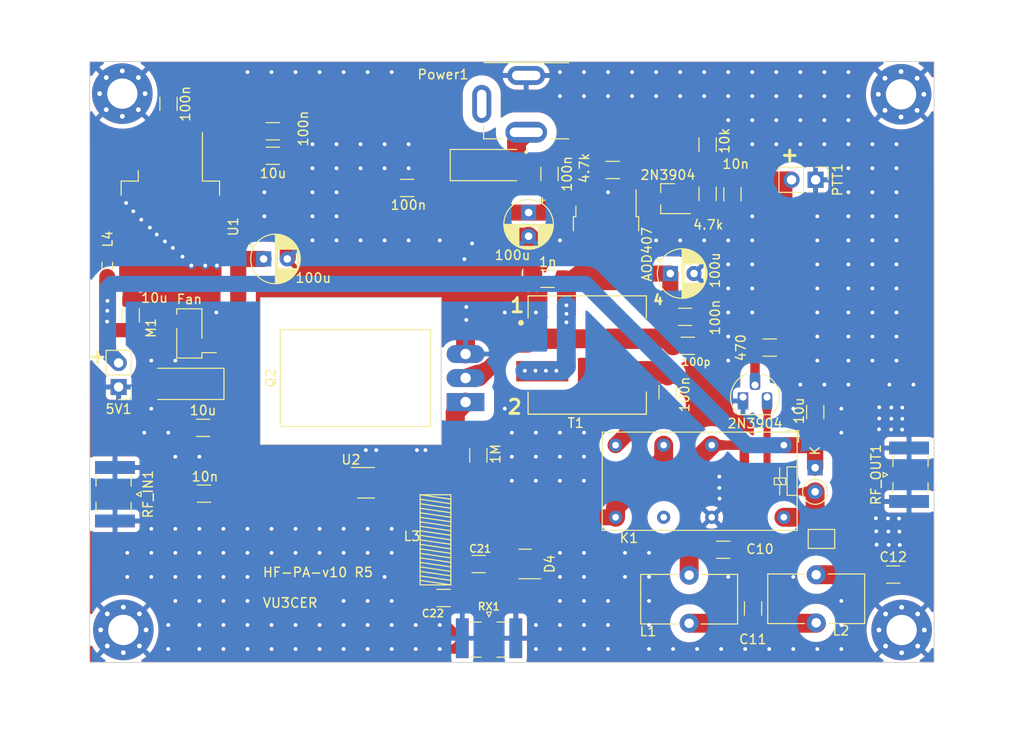
<source format=kicad_pcb>
(kicad_pcb (version 20221018) (generator pcbnew)
  (layers (0 "F.Cu" signal) (31 "B.Cu" signal) (35 "F.Paste" user) (37 "F.SilkS" user "F.Silkscreen") (38 "B.Mask" user) (39 "F.Mask" user) (44 "Edge.Cuts" user))
  (net 0 "")
  (net 1 "GND")
  (net 2 "+VDC")
  (net 3 "Net-(C7-Pad2)")
  (net 4 "PTT")
  (net 5 "/DRAIN")
  (net 6 "Net-(Q2-G)")
  (net 7 "Net-(Q3-G)")
  (net 8 "Net-(Q4-B)")
  (net 9 "+5V")
  (net 10 "12V")
  (net 12 "Net-(Q3-D)")
  (net 13 "Net-(C11-Pad1)")
  (net 14 "Net-(JP1-B)")
  (net 15 "RF_OUT")
  (net 16 "Net-(D3-A)")
  (net 17 "LPF")
  (net 18 "RX")
  (net 20 "Net-(Q1-B)")
  (net 21 "Net-(RF_IN1-In)")
  (net 22 "Net-(U2-IN+)")
  (net 23 "Net-(C21-Pad2)")
  (net 24 "Net-(RX1-In)")
  (net 25 "Net-(U1-OUT)")
  (footprint "Capacitor_SMD:C_1206_3216Metric_Pad1.33x1.80mm_HandSolder" (layer "F.Cu") (at 157.0867 72.7964)
    (fp_text reference "C2" hide)
    (fp_text value "10u")
  )
  (footprint "Capacitor_SMD:C_1206_3216Metric_Pad1.33x1.80mm_HandSolder" (layer "F.Cu") (at 198.79 97.79 90)
    (fp_text reference "C7" hide)
    (fp_text value "100n")
  )
  (footprint "Package_TO_SOT_THT:TO-220-3_Horizontal_TabDown" (layer "F.Cu") (at 177.44 98.825 90)
    (fp_text reference "Q2")
    (fp_text value "IRF510")
  )
  (footprint "Diode_SMD:D_SMA_Handsoldering" (layer "F.Cu") (at 180.33 73.78)
    (fp_text reference "D1" hide)
    (fp_text value "SS34" hide)
  )
  (footprint "Capacitor_THT:CP_Radial_D5.0mm_P2.50mm" (layer "F.Cu") (at 199.0744 85.2424)
    (fp_text reference "C5" hide)
    (fp_text value "100u")
  )
  (footprint "Resistor_SMD:R_1206_3216Metric_Pad1.30x1.75mm_HandSolder" (layer "F.Cu") (at 203.015 71.6175 90)
    (fp_text reference "R2" hide)
    (fp_text value "10k")
  )
  (footprint "Package_TO_SOT_SMD:SOT-23" (layer "F.Cu") (at 183.7325 115.93 180)
    (fp_text reference "D4")
    (fp_text value "BAV99" hide)
  )
  (footprint "MountingHole:MountingHole_3.2mm_M3_Pad_Via" (layer "F.Cu") (at 141.28 122.9)
    (fp_text reference "H3" hide)
    (fp_text value "MountingHole_Pad" hide)
  )
  (footprint "Capacitor_SMD:C_1206_3216Metric_Pad1.33x1.80mm_HandSolder" (layer "F.Cu") (at 186.1 85.8 180)
    (fp_text reference "C17" hide)
    (fp_text value "1n")
  )
  (footprint "Package_TO_SOT_SMD:SOT-23-5_HandSoldering" (layer "F.Cu") (at 166.925 107.35)
    (fp_text reference "U2")
    (fp_text value "UCC27517DBVR" hide)
  )
  (footprint "Connector_Coaxial:SMA_Samtec_SMA-J-P-X-ST-EM1_EdgeMount" (layer "F.Cu") (at 224.31 106.5 90)
    (fp_text reference "RF_OUT1")
    (fp_text value "SMA" hide)
  )
  (footprint "Capacitor_SMD:C_1206_3216Metric_Pad1.33x1.80mm_HandSolder" (layer "F.Cu") (at 205.64 76.8675 -90)
    (fp_text reference "C4" hide)
    (fp_text value "10n")
  )
  (footprint "Inductor_THT:L_Toroid_Vertical_L10.0mm_W5.0mm_P5.08mm" (layer "F.Cu") (at 214.49 122.15 180)
    (fp_text reference "L2")
    (fp_text value "360n" hide)
  )
  (footprint "Capacitor_THT:CP_Radial_D5.0mm_P2.50mm" (layer "F.Cu") (at 156.1 83.7)
    (fp_text reference "C20" hide)
    (fp_text value "100u")
  )
  (footprint "Resistor_SMD:R_1206_3216Metric_Pad1.30x1.75mm_HandSolder" (layer "F.Cu") (at 178.79 104.46 -90)
    (fp_text reference "R1" hide)
    (fp_text value "1M")
  )
  (footprint "Capacitor_SMD:C_1206_3216Metric_Pad1.33x1.80mm_HandSolder" (layer "F.Cu") (at 186.309 74.7145 90)
    (fp_text reference "C14" hide)
    (fp_text value "100n")
  )
  (footprint "Connector_PinHeader_2.54mm:PinHeader_1x02_P2.54mm_Vertical" (layer "F.Cu") (at 214.4258 75.3364 -90)
    (fp_text reference "PTT1")
    (fp_text value "PTT" hide)
  )
  (footprint "Diode_THT:D_DO-35_SOD27_P2.54mm_Vertical_KathodeUp" (layer "F.Cu") (at 214.376 105.762315 -90)
    (fp_text reference "D3" hide)
    (fp_text value "1N4148" hide)
  )
  (footprint "footprints:XKB_DC-005-5A-2.0_Modded" (layer "F.Cu") (at 183.85 64.3125 -90)
    (fp_text reference "Power1")
    (fp_text value "DC-005 (Barrel Jack)" hide)
  )
  (footprint "Package_TO_SOT_SMD:TO-252-2" (layer "F.Cu") (at 192.28 81.7 -90)
    (fp_text reference "Q3" hide)
    (fp_text value "AOD407")
  )
  (footprint "Capacitor_THT:CP_Radial_D5.0mm_P2.50mm" (layer "F.Cu") (at 184.1 78.8 -90)
    (fp_text reference "C15" hide)
    (fp_text value "100u")
  )
  (footprint "Capacitor_SMD:C_1206_3216Metric_Pad1.33x1.80mm_HandSolder" (layer "F.Cu") (at 146.05 67.31 90)
    (fp_text reference "C9" hide)
    (fp_text value "100n")
  )
  (footprint "Connector_Coaxial:SMA_Samtec_SMA-J-P-X-ST-EM1_EdgeMount" (layer "F.Cu") (at 179.92 123.7775)
    (fp_text reference "RX1")
    (fp_text value "SMA" hide)
  )
  (footprint "Capacitor_SMD:C_1206_3216Metric_Pad1.33x1.80mm_HandSolder" (layer "F.Cu") (at 149.6945 101.5492 180)
    (fp_text reference "C16" hide)
    (fp_text value "10u")
  )
  (footprint "MountingHole:MountingHole_3.2mm_M3_Pad_Via" (layer "F.Cu") (at 223.52 122.91)
    (fp_text reference "H4" hide)
    (fp_text value "MountingHole_Pad" hide)
  )
  (footprint "Capacitor_SMD:C_1206_3216Metric_Pad1.33x1.80mm_HandSolder" (layer "F.Cu") (at 214.39 99.88 90)
    (fp_text reference "C13" hide)
    (fp_text value "10u")
  )
  (footprint "Capacitor_SMD:C_1206_3216Metric_Pad1.33x1.80mm_HandSolder" (layer "F.Cu") (at 157.0613 70.2056)
    (fp_text reference "C1" hide)
    (fp_text value "100n")
  )
  (footprint "Package_TO_SOT_SMD:TO-263-2" (layer "F.Cu") (at 146.245 80.295 -90)
    (fp_text reference "U1")
    (fp_text value "L7805")
  )
  (footprint "Resistor_SMD:R_1206_3216Metric_Pad1.30x1.75mm_HandSolder" (layer "F.Cu") (at 203.015 76.8175 90)
    (fp_text reference "R9" hide)
    (fp_text value "4.7k")
  )
  (footprint "Capacitor_SMD:C_1206_3216Metric_Pad1.33x1.80mm_HandSolder" (layer "F.Cu") (at 175.12 119.53)
    (fp_text reference "C22")
    (fp_text value "470p" hide)
  )
  (footprint "Capacitor_SMD:C_1206_3216Metric_Pad1.33x1.80mm_HandSolder" (layer "F.Cu") (at 171.2675 76.2 180)
    (fp_text reference "C18" hide)
    (fp_text value "100n")
  )
  (footprint "footprints:IND_SRF1260A-4R7Y-Longer-Pads" (layer "F.Cu") (at 190.295 93.85)
    (fp_text reference "T1")
    (fp_text value "Bifilar XFMR" hide)
  )
  (footprint "Package_TO_SOT_SMD:SOT-23_Handsoldering" (layer "F.Cu") (at 198.82 77.33 180)
    (fp_text reference "Q4" hide)
    (fp_text value "2N3904")
  )
  (footprint "Connector_Coaxial:SMA_Samtec_SMA-J-P-X-ST-EM1_EdgeMount" (layer "F.Cu") (at 140.39 108.56 -90)
    (fp_text reference "RF_IN1")
    (fp_text value "SMA" hide)
  )
  (footprint "Diode_SMD:D_SMA_Handsoldering" (layer "F.Cu") (at 147.4 96.9 180)
    (fp_text reference "D2" hide)
    (fp_text value "M7 (1N4007)" hide)
  )
  (footprint "Capacitor_SMD:C_1206_3216Metric_Pad1.33x1.80mm_HandSolder" (layer "F.Cu") (at 200.93 92.88)
    (fp_text reference "C3" hide)
    (fp_text value "100p")
  )
  (footprint "Connector_PinHeader_2.54mm:PinHeader_1x02_P2.54mm_Vertical" (layer "F.Cu") (at 140.78 97.23 180)
    (fp_text reference "5V1")
    (fp_text value "5V" hide)
  )
  (footprint "Capacitor_SMD:C_1206_3216Metric_Pad1.33x1.80mm_HandSolder" (layer "F.Cu") (at 200.63 89.82)
    (fp_text reference "C6" hide)
    (fp_text value "100n")
  )
  (footprint "Jumper:SolderJumper-2_P1.3mm_Open_TrianglePad1.0x1.5mm" (layer "F.Cu") (at 215.048 113.284)
    (fp_text reference "JP1" hide)
    (fp_text value "Jumper_2_Open" hide)
  )
  (footprint "MountingHole:MountingHole_3.2mm_M3_Pad_Via" (layer "F.Cu") (at 141.17 66.23)
    (fp_text reference "H1" hide)
    (fp_text value "MountingHole_Pad" hide)
  )
  (footprint "Capacitor_SMD:C_1206_3216Metric_Pad1.33x1.80mm_HandSolder" (layer "F.Cu") (at 149.8 108.5)
    (fp_text reference "C19" hide)
    (fp_text value "10n")
  )
  (footprint "Capacitor_SMD:C_1206_3216Metric_Pad1.33x1.80mm_HandSolder" (layer "F.Cu") (at 204.67 114.427)
    (fp_text reference "C10")
    (fp_text value "120p" hide)
  )
  (footprint "footprints:T37-2" (layer "F.Cu") (at 174.26 113.38 180)
    (fp_text reference "L3")
    (fp_text value "1.02u" hide)
  )
  (footprint "Relay_THT:Relay_DPDT_Omron_G5V-2" (layer "F.Cu") (at 211.074 103.378 -90)
    (fp_text reference "K1")
    (fp_text value "Omron G5V-2 / OEN 46-05-2C" hide)
  )
  (footprint "Inductor_SMD:L_0805_2012Metric_Pad1.05x1.20mm_HandSolder" (layer "F.Cu") (at 139.58 84.45 90)
    (fp_text reference "L4")
    (fp_text value "Ferrite Bead (2A)")
  )
  (footprint "Capacitor_SMD:C_1206_3216Metric_Pad1.33x1.80mm_HandSolder" (layer "F.Cu") (at 142.06 89.66 90)
    (fp_text reference "C8" hide)
    (fp_text value "10u")
  )
  (footprint "Inductor_THT:L_Toroid_Vertical_L10.0mm_W5.0mm_P5.08mm" (layer "F.Cu") (at 201.0675 117.115)
    (fp_text reference "L1")
    (fp_text value "360n" hide)
  )
  (footprint "Capacitor_SMD:C_1206_3216Metric_Pad1.33x1.80mm_HandSolder" (layer "F.Cu") (at 207.82 120.6325 90)
    (fp_text reference "C11")
    (fp_text value "200p" hide)
  )
  (footprint "Capacitor_SMD:C_1206_3216Metric_Pad1.33x1.80mm_HandSolder" (layer "F.Cu") (at 178.82 115.94 180)
    (fp_text reference "C21")
    (fp_text value "470p" hide)
  )
  (footprint "MountingHole:MountingHole_3.2mm_M3_Pad_Via" (layer "F.Cu") (at 223.457056 66.302944)
    (fp_text reference "H2" hide)
    (fp_text value "MountingHole_Pad" hide)
  )
  (footprint "Resistor_SMD:R_1206_3216Metric_Pad1.30x1.75mm_HandSolder" (layer "F.Cu") (at 193 74.3 180)
    (fp_text reference "R8" hide)
    (fp_text value "4.7k")
  )
  (footprint "Capacitor_SMD:C_1206_3216Metric_Pad1.33x1.80mm_HandSolder" (layer "F.Cu") (at 222.6275 117.05)
    (fp_text reference "C12")
    (fp_text value "120p" hide)
  )
  (footprint "Connector_PinHeader_2.54mm:PinHeader_1x02_P2.54mm_Vertical_SMD_Pin1Left" (layer "F.Cu") (at 148.255 91.57 180)
    (fp_text reference "M1")
    (fp_text value "Fan")
  )
  (footprint "Resistor_SMD:R_1206_3216Metric_Pad1.30x1.75mm_HandSolder" (layer "F.Cu") (at 209.5754 93.0656 180)
    (fp_text reference "R4" hide)
    (fp_text value "470")
  )
  (footprint "Package_TO_SOT_THT:TO-92_HandSolder" (layer "F.Cu") (at 206.756 98.298)
    (fp_text reference "Q1" hide)
    (fp_text value "2N3904")
  )
  (gr_rect (start 137.713 62.835) (end 226.958 126.336) (stroke (width 0.1)) (fill none) (layer "Edge.Cuts"))
  (gr_rect (start 155.765 87.8) (end 174.865 103.3) (stroke (width 0.1)) (fill none) (layer "Edge.Cuts"))
  (gr_text "+" (at 137.44 94.85) (layer "F.SilkS") (effects (font (size 1.5 1.5) (thickness 0.3) bold) (justify left bottom)))
  (gr_text "2" (at 181.72 100.22) (layer "F.SilkS") (effects (font (size 1.5 1.5) (thickness 0.3) bold) (justify left bottom)))
  (gr_text "4" (at 197.15 88.61) (layer "F.SilkS") (effects (font (size 1 1) (thickness 0.25) bold) (justify left bottom)))
  (gr_text "1" (at 181.99 89.49) (layer "F.SilkS") (effects (font (size 1.5 1.5) (thickness 0.3) bold) (justify left bottom)))
  (gr_text "+" (at 210.57 73.53) (layer "F.SilkS") (effects (font (size 1.5 1.5) (thickness 0.3) bold) (justify left bottom)))
  (gr_text "HF-PA-v10 R5\n\nVU3CER" (at 155.9306 120.6246) (layer "F.SilkS") (effects (font (size 1 1)) (justify left bottom)))
  (segment (start 200.32 76.38) (end 200.32 72.46) (width 1) (layer "F.Cu") (net 1))
  (segment (start 181.2164 106.02) (end 182.3339 107.1375) (width 1) (layer "F.Cu") (net 1))
  (segment (start 184.5375 81.7375) (end 184.1 81.3) (width 2) (layer "F.Cu") (net 1))
  (segment (start 207.825 117.413641) (end 207.825 119.065) (width 1.5) (layer "F.Cu") (net 1))
  (segment (start 144.272 88.0975) (end 146.5595 88.0975) (width 1.7) (layer "F.Cu") (net 1))
  (segment (start 144.2339 88.1356) (end 144.272 88.0975) (width 1.7) (layer "F.Cu") (net 1))
  (segment (start 200.32 71.45) (end 200.32 70.7875) (width 1) (layer "F.Cu") (net 1))
  (segment (start 158.6492 78.5) (end 158.6492 83.5867) (width 1.7) (layer "F.Cu") (net 1))
  (segment (start 206.94632 115.29232) (end 206.081 114.427) (width 1.5) (layer "F.Cu") (net 1))
  (segment (start 180.2 106.01) (end 178.79 106.01) (width 1) (layer "F.Cu") (net 1))
  (segment (start 184.5375 85.8) (end 184.5375 81.7375) (width 2) (layer "F.Cu") (net 1))
  (segment (start 177.44 90.0982) (end 177.44 88.7686) (width 2) (layer "F.Cu") (net 1))
  (segment (start 180.21 106.02) (end 180.9114 106.02) (width 1) (layer "F.Cu") (net 1))
  (segment (start 200.28 72.5) (end 186.961 72.5) (width 1) (layer "F.Cu") (net 1))
  (segment (start 144.2339 94.4375) (end 144.2339 88.1356) (width 1.7) (layer "F.Cu") (net 1))
  (segment (start 200.32 72.46) (end 200.28 72.5) (width 1) (layer "F.Cu") (net 1))
  (segment (start 158.6492 72.7964) (end 158.6492 70.231) (width 1.7) (layer "F.Cu") (net 1))
  (segment (start 200.32 70.7875) (end 200.9 70.2075) (width 1) (layer "F.Cu") (net 1))
  (segment (start 142.06 88.0975) (end 142.06 85.63) (width 1.7) (layer "F.Cu") (net 1))
  (segment (start 142.06 88.0975) (end 144.272 88.0975) (width 1.7) (layer "F.Cu") (net 1))
  (segment (start 177.44 82.7068) (end 178.0794 82.0674) (width 2) (layer "F.Cu") (net 1))
  (segment (start 200.903 70.0675) (end 200.32 70.6505) (width 1) (layer "F.Cu") (net 1))
  (segment (start 186.461 73) (end 185.9 73) (width 1) (layer "F.Cu") (net 1))
  (segment (start 146.6 88.138) (end 146.6 82.15) (width 1.7) (layer "F.Cu") (net 1))
  (segment (start 180.21 106.02) (end 181.2164 106.02) (width 1) (layer "F.Cu") (net 1))
  (segment (start 174.7139 122.3775) (end 175.3875 122.3775) (width 1) (layer "F.Cu") (net 1))
  (segment (start 200.9 70.2075) (end 202.145 70.2075) (width 0.75) (layer "F.Cu") (net 1))
  (segment (start 168.275 111.0364) (end 167.0939 112.2175) (width 1) (layer "F.Cu") (net 1))
  (segment (start 177.44 83.5958) (end 177.44 82.7068) (width 2) (layer "F.Cu") (net 1))
  (segment (start 146.5595 88.0975) (end 146.6 88.138) (width 1.7) (layer "F.Cu") (net 1))
  (segment (start 177.44 93.745) (end 177.44 90.1402) (width 2) (layer "F.Cu") (net 1))
  (segment (start 186.7 73.4) (end 186.061 73.4) (width 1) (layer "F.Cu") (net 1))
  (segment (start 168.275 108.3) (end 168.275 111.0364) (width 1) (layer "F.Cu") (net 1))
  (segment (start 180.21 106.02) (end 180.2 106.01) (width 1) (layer "F.Cu") (net 1))
  (segment (start 146.6 90.3) (end 146.6 88.138) (width 1.7) (layer "F.Cu") (net 1))
  (segment (start 200.32 71.45) (end 200.32 70.6505) (width 1) (layer "F.Cu") (net 1))
  (segment (start 203.015 70.0675) (end 200.903 70.0675) (width 1) (layer "F.Cu") (net 1))
  (segment (start 174.7139 124.9175) (end 176.2725 124.9175) (width 1) (layer "F.Cu") (net 1))
  (segment (start 207.825 119.065) (end 207.82 119.07) (width 1.5) (layer "F.Cu") (net 1))
  (segment (start 167.23 107.35) (end 168.18 108.3) (width 0.5) (layer "F.Cu") (net 1))
  (segment (start 176.2725 124.9175) (end 177.1 124.09) (width 1) (layer "F.Cu") (net 1))
  (segment (start 165.67 107.35) (end 167.23 107.35) (width 0.5) (layer "F.Cu") (net 1))
  (segment (start 200.32 72.46) (end 200.32 71.45) (width 1) (layer "F.Cu") (net 1))
  (segment (start 177.44 88.7266) (end 177.44 83.841) (width 2) (layer "F.Cu") (net 1))
  (segment (start 158.6492 72.7964) (end 158.6492 78.5) (width 1.7) (layer "F.Cu") (net 1))
  (segment (start 186.7 72.761) (end 186.7 73.4) (width 1) (layer "F.Cu") (net 1))
  (segment (start 178.7544 81.3924) (end 183.896 81.3924) (width 2) (layer "F.Cu") (net 1))
  (segment (start 178.1302 82.0166) (end 178.7544 81.3924) (width 2) (layer "F.Cu") (net 1))
  (segment (start 178.5 106.02) (end 180.21 106.02) (width 1) (layer "F.Cu") (net 1))
  (segment (start 175.3875 122.3775) (end 177.1 124.09) (width 1) (layer "F.Cu") (net 1))
  (segment (start 180.9114 106.02) (end 182.3339 104.5975) (width 1) (layer "F.Cu") (net 1))
  (segment (start 186.961 72.5) (end 186.7 72.761) (width 1) (layer "F.Cu") (net 1))
  (segment (start 168.275 108.3) (end 168.275 110.8586) (width 1) (layer "F.Cu") (net 1))
  (segment (start 168.275 110.8586) (end 169.6339 112.2175) (width 1) (layer "F.Cu") (net 1))
  (via (at 217.145 99.5175) (size 0.8) (drill 0.4) (layers "F.Cu" "B.Cu") (net 1))
  (via (at 156.9339 122.3775) (size 0.8) (drill 0.4) (layers "F.Cu" "B.Cu") (net 1))
  (via (at 205.1939 69.0375) (size 0.8) (drill 0.4) (layers "F.Cu" "B.Cu") (net 1))
  (via (at 212.065 117.2975) (size 0.8) (drill 0.4) (layers "F.Cu" "B.Cu") (net 1))
  (via (at 205.1939 63.9575) (size 0.8) (drill 0.4) (layers "F.Cu" "B.Cu") (net 1))
  (via (at 167.0939 119.8375) (size 0.8) (drill 0.4) (layers "F.Cu" "B.Cu") (net 1))
  (via (at 187.4139 102.0575) (size 0.8) (drill 0.4) (layers "F.Cu" "B.Cu") (net 1))
  (via (at 162.0139 124.9175) (size 0.8) (drill 0.4) (layers "F.Cu" "B.Cu") (net 1))
  (via (at 182.3339 107.1375) (size 0.8) (drill 0.4) (layers "F.Cu" "B.Cu") (net 1))
  (via (at 187.4139 122.3775) (size 0.8) (drill 0.4) (layers "F.Cu" "B.Cu") (net 1))
  (via (at 215.3539 69.0375) (size 0.8) (drill 0.4) (layers "F.Cu" "B.Cu") (net 1))
  (via (at 159.4739 114.7575) (size 0.8) (drill 0.4) (layers "F.Cu" "B.Cu") (net 1))
  (via (at 187.4139 104.5975) (size 0.8) (drill 0.4) (layers "F.Cu" "B.Cu") (net 1))
  (via (at 177.5206 88.773) (size 0.8) (drill 0.4) (layers "F.Cu" "B.Cu") (net 1))
  (via (at 214.605 79.1975) (size 0.8) (drill 0.4) (layers "F.Cu" "B.Cu") (net 1))
  (via (at 145.67 81.85) (size 0.8) (drill 0.4) (layers "F.Cu" "B.Cu") (net 1))
  (via (at 222.225 96.9775) (size 0.8) (drill 0.4) (layers "F.Cu" "B.Cu") (net 1))
  (via (at 166.345 81.7375) (size 0.8) (drill 0.4) (layers "F.Cu" "B.Cu") (net 1))
  (via (at 184.8739 89.3575) (size 0.8) (drill 0.4) (layers "F.Cu" "B.Cu") (net 1))
  (via (at 146.025 102.0575) (size 0.8) (drill 0.4) (layers "F.Cu" "B.Cu") (net 1))
  (via (at 200.1139 63.9575) (size 0.8) (drill 0.4) (layers "F.Cu" "B.Cu") (net 1))
  (via (at 189.9539 119.8375) (size 0.8) (drill 0.4) (layers "F.Cu" "B.Cu") (net 1))
  (via (at 222.43 99.4) (size 0.8) (drill 0.4) (layers "F.Cu" "B.Cu") (net 1))
  (via (at 146.7739 117.2975) (size 0.8) (drill 0.4) (layers "F.Cu" "B.Cu") (net 1))
  (via (at 187.4139 124.9175) (size 0.8) (drill 0.4) (layers "F.Cu" "B.Cu") (net 1))
  (via (at 223.59 100.59) (size 0.8) (drill 0.4) (layers "F.Cu" "B.Cu") (net 1))
  (via (at 215.3539 66.4975) (size 0.8) (drill 0.4) (layers "F.Cu" "B.Cu") (net 1))
  (via (at 222.12 112.5) (size 0.8) (drill 0.4) (layers "F.Cu" "B.Cu") (net 1))
  (via (at 223.57 101.73) (size 0.8) (drill 0.4) (layers "F.Cu" "B.Cu") (net 1))
  (via (at 143.17 79.55) (size 0.8) (drill 0.4) (layers "F.Cu" "B.Cu") (net 1))
  (via (at 163.805 76.6575) (size 0.8) (drill 0.4) (layers "F.Cu" "B.Cu") (net 1))
  (via (at 204.445 124.9175) (size 0.8) (drill 0.4) (layers "F.Cu" "B.Cu") (net 1))
  (via (at 204.275 109.025) (size 0.8) (drill 0.4) (layers "F.Cu" "B.Cu") (net 1))
  (via (at 144.2339 114.7575) (size 0.8) (drill 0.4) (layers "F.Cu" "B.Cu") (net 1))
  (via (at 202.6539 63.9575) (size 0.8) (drill 0.4) (layers "F.Cu" "B.Cu") (net 1))
  (via (at 217.145 122.3775) (size 0.8) (drill 0.4) (layers "F.Cu" "B.Cu") (net 1))
  (via (at 207.7339 69.0375) (size 0.8) (drill 0.4) (layers "F.Cu" "B.Cu") (net 1))
  (via (at 149.3139 114.7575) (size 0.8) (drill 0.4) (layers "F.Cu" "B.Cu") (net 1))
  (via (at 212.065 124.9175) (size 0.8) (drill 0.4) (layers "F.Cu" "B.Cu") (net 1))
  (via (at 187.4139 63.9575) (size 0.8) (drill 0.4) (layers "F.Cu" "B.Cu") (net 1))
  (via (at 223.28 112.51) (size 0.8) (drill 0.4) (layers "F.Cu" "B.Cu") (net 1))
  (via (at 156.185 79.1975) (size 0.8) (drill 0.4) (layers "F.Cu" "B.Cu") (net 1))
  (via (at 141.57 77.78) (size 0.8) (drill 0.4) (layers "F.Cu" "B.Cu") (net 1))
  (via (at 222.9739 81.7375) (size 0.8) (drill 0.4) (layers "F.Cu" "B.Cu") (net 1))
  (via (at 154.3939 117.2975) (size 0.8) (drill 0.4) (layers "F.Cu" "B.Cu") (net 1))
  (via (at 217.8939 91.8975) (size 0.8) (drill 0.4) (layers "F.Cu" "B.Cu") (net 1))
  (via (at 221.15 99.38) (size 0.8) (drill 0.4) (layers "F.Cu" "B.Cu") (net 1))
  (via (at 187.4139 117.2975) (size 0.8) (drill 0.4) (layers "F.Cu" "B.Cu") (net 1))
  (via (at 217.8939 79.1975) (size 0.8) (drill 0.4) (layers "F.Cu" "B.Cu") (net 1))
  (via (at 187.4139 107.1375) (size 0.8) (drill 0.4) (layers "F.Cu" "B.Cu") (net 1))
  (via (at 214.605 89.3575) (size 0.8) (drill 0.4) (layers "F.Cu" "B.Cu") (net 1))
  (via (at 154.3939 124.9175) (size 0.8) (drill 0.4) (layers "F.Cu" "B.Cu") (net 1))
  (via (at 151.8539 114.7575) (size 0.8) (drill 0.4) (layers "F.Cu" "B.Cu") (net 1))
  (via (at 222.9739 71.5775) (size 0.8) (drill 0.4) (layers "F.Cu" "B.Cu") (net 1))
  (via (at 207.7339 66.4975) (size 0.8) (drill 0.4) (layers "F.Cu" "B.Cu") (net 1))
  (via (at 161.265 81.7375) (size 0.8) (drill 0.4) (layers "F.Cu" "B.Cu") (net 1))
  (via (at 161.265 79.1975) (size 0.8) (drill 0.4) (layers "F.Cu" "B.Cu") (net 1))
  (via (at 214.605 91.8975) (size 0.8) (drill 0.4) (layers "F.Cu" "B.Cu") (net 1))
  (via (at 217.145 102.0575) (size 0.8) (drill 0.4) (layers "F.Cu" "B.Cu") (net 1))
  (via (at 192.4939 122.3775) (size 0.8) (drill 0.4) (layers "F.Cu" "B.Cu") (net 1))
  (via (at 163.805 81.7375) (size 0.8) (drill 0.4) (layers "F.Cu" "B.Cu") (net 1))
  (via (at 217.8939 84.2775) (size 0.8) (drill 0.4) (layers "F.Cu" "B.Cu") (net 1))
  (via (at 161.265 76.6575) (size 0.8) (drill 0.4) (layers "F.Cu" "B.Cu") (net 1))
  (via (at 217.8939 71.5775) (size 0.8) (drill 0.4) (layers "F.Cu" "B.Cu") (net 1))
  (via (at 217.8939 94.4375) (size 0.8) (drill 0.4) (layers "F.Cu" "B.Cu") (net 1))
  (via (at 154.3939 119.8375) (size 0.8) (drill 0.4) (layers "F.Cu" "B.Cu") (net 1))
  (via (at 184.8739 104.5975) (size 0.8) (drill 0.4) (layers "F.Cu" "B.Cu") (net 1))
  (via (at 147.53 83.46) (size 0.8) (drill 0.4) (layers "F.Cu" "B.Cu") (net 1))
  (via (at 168.885 81.7375) (size 0.8) (drill 0.4) (layers "F.Cu" "B.Cu") (net 1))
  (via (at 149.93 84.4) (size 0.8) (drill 0.4) (layers "F.Cu" "B.Cu") (net 1))
  (via (at 207.7339 79.1975) (size 0.8) (drill 0.4) (layers "F.Cu" "B.Cu") (net 1))
  (via (at 212.8139 96.9775) (size 0.8) (drill 0.4) (layers "F.Cu" "B.Cu") (net 1))
  (via (at 214.605 86.8175) (size 0.8) (drill 0.4) (layers "F.Cu" "B.Cu") (net 1))
  (via (at 222.41 101.72) (size 0.8) (drill 0.4) (layers "F.Cu" "B.Cu") (net 1))
  (via (at 144.81 81.12) (size 0.8) (drill 0.4) (layers "F.Cu" "B.Cu") (net 1))
  (via (at 144.2339 99.5175) (size 0.8) (drill 0.4) (layers "F.Cu" "B.Cu") (net 1))
  (via (at 166.9 103.9) (size 0.8) (drill 0.4) (layers "F.Cu" "B.Cu") (net 1))
  (via (at 217.8939 81.7375) (size 0.8) (drill 0.4) (layers "F.Cu" "B.Cu") (net 1))
  (via (at 215.3539 63.9575) (size 0.8) (drill 0.4) (layers "F.Cu" "B.Cu") (net 1))
  (via (at 195.0339 66.4975) (size 0.8) (drill 0.4) (layers "F.Cu" "B.Cu") (net 1))
  (via (at 217.8939 69.0375) (size 0.8) (drill 0.4) (layers "F.Cu" "B.Cu") (net 1))
  (via (at 162.0139 122.3775) (size 0.8) (drill 0.4) (layers "F.Cu" "B.Cu") (net 1))
  (via (at 189.9539 122.3775) (size 0.8) (drill 0.4) (layers "F.Cu" "B.Cu") (net 1))
  (via (at 189.9539 104.5975) (size 0.8) (drill 0.4) (layers "F.Cu" "B.Cu") (net 1))
  (via (at 174.7139 81.7375) (size 0.8) (drill 0.4) (layers "F.Cu" "B.Cu") (net 1))
  (via (at 214.605 84.2775) (size 0.8) (drill 0.4) (layers "F.Cu" "B.Cu") (net 1))
  (via (at 222.08 111.12) (size 0.8) (drill 0.4) (layers "F.Cu" "B.Cu") (net 1))
  (via (at 217.8939 86.8175) (size 0.8) (drill 0.4) (layers "F.Cu" "B.Cu") (net 1))
  (via (at 141.6939 114.7575) (size 0.8) (drill 0.4) (layers "F.Cu" "B.Cu") (net 1))
  (via (at 156.9339 112.2175) (size 0.8) (drill 0.4) (layers "F.Cu" "B.Cu") (net 1))
  (via (at 222.9739 86.8175) (size 0.8) (drill 0.4) (layers "F.Cu" "B.Cu") (net 1))
  (via (at 223.59 99.41) (size 0.8) (drill 0.4) (layers "F.Cu" "B.Cu") (net 1))
  (via (at 196.825 122.3775) (size 0.8) (drill 0.4) (layers "F.Cu" "B.Cu") (net 1))
  (via (at 168 103.9) (size 0.8) (drill 0.4) (layers "F.Cu" "B.Cu") (net 1))
  (via (at 154.3939 112.2175) (size 0.8) (drill 0.4) (layers "F.Cu" "B.Cu") (net 1))
  (via (at 156.9339 63.9575) (size 0.8) (drill 0.4) (layers "F.Cu" "B.Cu") (net 1))
  (via (at 168.885 74.1175) (size 0.8) (drill 0.4) (layers "F.Cu" "B.Cu") (net 1))
  (via (at 149.3139 119.8375) (size 0.8) (drill 0.4) (layers "F.Cu" "B.Cu") (net 1))
  (via (at 205.1939 117.2975) (size 0.8) (drill 0.4) (layers "F.Cu" "B.Cu") (net 1))
  (via (at 161.265 74.1175) (size 0.8) (drill 0.4) (layers "F.Cu" "B.Cu") (net 1))
  (via (at 212.8139 66.4975) (size 0.8) (drill 0.4) (layers "F.Cu" "B.Cu") (net 1))
  (via (at 148.46 84.39) (size 0.8) (drill 0.4) (layers "F.Cu" "B.Cu") (net 1))
  (via (at 192.4939 66.4975) (size 0.8) (drill 0.4) (layers "F.Cu" "B.Cu") (net 1))
  (via (at 163.805 71.5775) (size 0.8) (drill 0.4) (layers "F.Cu" "B.Cu") (net 1))
  (via (at 171.425 74.1175) (size 0.8) (drill 0.4) (layers "F.Cu" "B.Cu") (net 1))
  (via (at 220.88 113.89) (size 0.8) (drill 0.4) (layers "F.Cu" "B.Cu") (net 1))
  (via (at 192.4939 119.8375) (size 0.8) (drill 0.4) (layers "F.Cu" "B.Cu") (net 1))
  (via (at 171.425 71.5775) (size 0.8) (drill 0.4) (layers "F.Cu" "B.Cu") (net 1))
  (via (at 220.4339 74.1175) (size 0.8) (drill 0.4) (layers "F.Cu" "B.Cu") (net 1))
  (via (at 217.8939 66.4975) (size 0.8) (drill 0.4) (layers "F.Cu" "B.Cu") (net 1))
  (via (at 184.8739 107.1375) (size 0.8) (drill 0.4) (layers "F.Cu" "B.Cu") (net 1))
  (via (at 189.9539 107.1375) (size 0.8) (drill 0.4) (layers "F.Cu" "B.Cu") (net 1))
  (via (at 173.2 103.9) (size 0.8) (drill 0.4) (layers "F.Cu" "B.Cu") (net 1))
  (via (at 144.2339 112.2175) (size 0.8) (drill 0.4) (layers "F.Cu" "B.Cu") (net 1))
  (via (at 204.25 107.9) (size 0.8) (drill 0.4) (layers "F.Cu" "B.Cu") (net 1))
  (via (at 222.9739 79.1975) (size 0.8) (drill 0.4) (layers "F.Cu" "B.Cu") (net 1))
  (via (at 163.805 79.1975) (size 0.8) (drill 0.4) (layers "F.Cu" "B.Cu") (net 1))
  (via (at 169.6339 124.9175) (size 0.8) (drill 0.4) (layers "F.Cu" "B.Cu") (net 1))
  (via (at 222.9739 91.8975) (size 0.8) (drill 0.4) (layers "F.Cu" "B.Cu") (net 1))
  (via (at 212.8139 71.5775) (size 0.8) (drill 0.4) (layers "F.Cu" "B.Cu") (net 1))
  (via (at 161.265 71.5775) (size 0.8) (drill 0.4) (layers "F.Cu" "B.Cu") (net 1))
  (via (at 210.2739 71.5775) (size 0.8) (drill 0.4) (layers "F.Cu" "B.Cu") (net 1))
  (via (at 149.3139 112.2175) (size 0.8) (drill 0.4) (layers "F.Cu" "B.Cu") (net 1))
  (via (at 141.6939 117.2975) (size 0.8) (drill 0.4) (layers "F.Cu" "B.Cu") (net 1))
  (via (at 189.9539 102.0575) (size 0.8) (drill 0.4) (layers "F.Cu" "B.Cu") (net 1))
  (via (at 162.0139 112.2175) (size 0.8) (drill 0.4) (layers "F.Cu" "B.Cu") (net 1))
  (via (at 174.7139 124.9175) (size 0.8) (drill 0.4) (layers "F.Cu" "B.Cu") (net 1))
  (via (at 154.3939 114.7575) (size 0.8) (drill 0.4) (layers "F.Cu" "B.Cu") (net 1))
  (via (at 142.33 78.66) (size 0.8) (drill 0.4) (layers "F.Cu" "B.Cu") (net 1))
  (via (at 149.3139 122.3775) (size 0.8) (drill 0.4) (layers "F.Cu" "B.Cu") (net 1))
  (via (at 223.32 113.92) (size 0.8) (drill 0.4) (layers "F.Cu" "B.Cu") (net 1))
  (via (at 167.0939 124.9175) (size 0.8) (drill 0.4) (layers "F.Cu" "B.Cu") (net 1))
  (via (at 196.825 117.2975) (size 0.8) (drill 0.4) (layers "F.Cu" "B.Cu") (net 1))
  (via (at 154.3939 122.3775) (size 0.8) (drill 0.4) (layers "F.Cu" "B.Cu") (net 1))
  (via (at 174.7139 122.3775) (size 0.8) (drill 0.4) (layers "F.Cu" "B.Cu") (net 1))
  (via (at 217.8939 74.1175) (size 0.8) (drill 0.4) (layers "F.Cu" "B.Cu") (net 1))
  (via (at 197.5739 63.9575) (size 0.8) (drill 0.4) (layers "F.Cu" "B.Cu") (net 1))
  (via (at 149.3139 117.2975) (size 0.8) (drill 0.4) (layers "F.Cu" "B.Cu") (net 1))
  (via (at 169.6339 119.8375) (size 0.8) (drill 0.4) (layers "F.Cu" "B.Cu") (net 1))
  (via (at 197.5739 81.7375) (size 0.8) (drill 0.4) (layers "F.Cu" "B.Cu") (net 1))
  (via (at 221.13 101.7) (size 0.8) (drill 0.4) (layers "F.Cu" "B.Cu") (net 1))
  (via (at 172.1739 124.9175) (size 0.8) (drill 0.4) (layers "F.Cu" "B.Cu") (net 1))
  (via (at 197.5739 66.4975) (size 0.8) (drill 0.4) (layers "F.Cu" "B.Cu") (net 1))
  (via (at 167.0939 122.3775) (size 0.8) (drill 0.4) (layers "F.Cu" "B.Cu") (net 1))
  (via (at 194.285 117.2975) (size 0.8) (drill 0.4) (layers "F.Cu" "B.Cu") (net 1))
  (via (at 162.0139 63.9575) (size 0.8) (drill 0.4) (layers "F.Cu" "B.Cu") (net 1))
  (via (at 196.825 124.9175) (size 0.8) (drill 0.4) (layers "F.Cu" "B.Cu") (net 1))
  (via (at 151.8539 112.2175) (size 0.8) (drill 0.4) (layers "F.Cu" "B.Cu") (net 1))
  (via (at 194.285 114.7575) (size 0.8) (drill 0.4) (layers "F.Cu" "B.Cu") (net 1))
  (via (at 205.1939 66.4975) (size 0.8) (drill 0.4) (layers "F.Cu" "B.Cu") (net 1))
  (via (at 187.4139 81.7375) (size 0.8) (drill 0.4) (layers "F.Cu" "B.Cu") (net 1))
  (via (at 154.3939 63.9575) (size 0.8) (drill 0.4) (layers "F.Cu" "B.Cu") (net 1))
  (via (at 151.8539 122.3775) (size 0.8) (drill 0.4) (layers "F.Cu" "B.Cu") (net 1))
  (via (at 164.5539 119.8375) (size 0.8) (drill 0.4) (layers "F.Cu" "B.Cu") (net 1))
  (via (at 189.9539 63.9575) (size 0.8) (drill 0.4) (layers "F.Cu" "B.Cu") (net 1))
  (via (at 222.9739 89.3575) (size 0.8) (drill 0.4) (layers "F.Cu" "B.Cu") (net 1))
  (via (at 207.7339 89.3575) (size 0.8) (drill 0.4) (layers "F.Cu" "B.Cu") (net 1))
  (via (at 200.1139 81.7375) (size 0.8) (drill 0.4) (layers "F.Cu" "B.Cu") (net 1))
  (via (at 215.3539 71.5775) (size 0.8) (drill 0.4) (layers "F.Cu" "B.Cu") (net 1))
  (via (at 220.8 111.1) (size 0.8) (drill 0.4) (layers "F.Cu" "B.Cu") (net 1))
  (via (at 199.365 124.9175) (size 0.8) (drill 0.4) (layers "F.Cu" "B.Cu") (net 1))
  (via (at 164.5539 114.7575) (size 0.8) (drill 0.4) (layers "F.Cu" "B.Cu") (net 1))
  (via (at 220.4339 94.4375) (size 0.8) (drill 0.4) (layers "F.Cu" "B.Cu") (net 1))
  (via (at 156.9339 124.9175) (size 0.8) (drill 0.4) (layers "F.Cu" "B.Cu") (net 1))
  (via (at 220.4339 79.1975) (size 0.8) (drill 0.4) (layers "F.Cu" "B.Cu") (net 1))
  (via (at 151.8539 124.9175) (size 0.8) (drill 0.4) (layers "F.Cu" "B.Cu") (net 1))
  (via (at 217.145 119.8375) (size 0.8) (drill 0.4) (layers "F.Cu" "B.Cu") (net 1))
  (via (at 187.4139 114.7575) (size 0.8) (drill 0.4) (layers "F.Cu" "B.Cu") (net 1))
  (via (at 220.4339 89.3575) (size 0.8) (drill 0.4) (layers "F.Cu" "B.Cu") (net 1))
  (via (at 210.2739 63.9575) (size 0.8) (drill 0.4) (layers "F.Cu" "B.Cu") (net 1))
  (via (at 168.885 71.5775) (size 0.8) (drill 0.4) (layers "F.Cu" "B.Cu") (net 1))
  (via (at 196.825 114.7575) (size 0.8) (drill 0.4) (layers "F.Cu" "B.Cu") (net 1))
  (via (at 201.905 124.9175) (size 0.8) (drill 0.4) (layers "F.Cu" "B.Cu") (net 1))
  (via (at 205.1939 89.3575) (size 0.8) (drill 0.4) (layers "F.Cu" "B.Cu") (net 1))
  (via (at 192.4939 76.6575) (size 0.8) (drill 0.4) (layers "F.Cu" "B.Cu") (net 1))
  (via (at 184.8739 122.3775) (size 0.8) (drill 0.4) (layers "F.Cu" "B.Cu") (net 1))
  (via (at 207.7339 81.7375) (size 0.8) (drill 0.4) (layers "F.Cu" "B.Cu") (net 1))
  (via (at 146.51 82.53) (size 0.8) (drill 0.4) (layers "F.Cu" "B.Cu") (net 1))
  (via (at 205.1939 84.2775) (size 0.8) (drill 0.4) (layers "F.Cu" "B.Cu") (net 1))
  (via (at 202.6539 66.4975) (size 0.8) (drill 0.4) (layers "F.Cu" "B.Cu") (net 1))
  (via (at 181.585 99.5175) (size 0.8) (drill 0.4) (layers "F.Cu" "B.Cu") (net 1))
  (via (at 146.7739 104.5975) (size 0.8) (drill 0.4) (layers "F.Cu" "B.Cu") (net 1))
  (via (at 151.8539 117.2975) (size 0.8) (drill 0.4) (layers "F.Cu" "B.Cu") (net 1))
  (via (at 171.425 81.7375) (size 0.8) (drill 0.4) (layers "F.Cu" "B.Cu") (net 1))
  (via (at 196.825 119.8375) (size 0.8) (drill 0.4) (layers "F.Cu" "B.Cu") (net 1))
  (via (at 184.8739 102.0575) (size 0.8) (drill 0.4) (layers "F.Cu" "B.Cu") (net 1))
  (via (at 220.4339 84.2775) (size 0.8) (drill 0.4) (layers "F.Cu" "B.Cu") (net 1))
  (via (at 164.5539 122.3775) (size 0.8) (drill 0.4) (layers "F.Cu" "B.Cu") (net 1))
  (via (at 146.7739 112.2175) (size 0.8) (drill 0.4) (layers "F.Cu" "B.Cu") (net 1))
  (via (at 217.8939 76.6575) (size 0.8) (drill 0.4) (layers "F.Cu" "B.Cu") (net 1))
  (via (at 162.0139 114.7575) (size 0.8) (drill 0.4) (layers "F.Cu" "B.Cu") (net 1))
  (via (at 205.1939 94.4375) (size 0.8) (drill 0.4) (layers "F.Cu" "B.Cu") (net 1))
  (via (at 214.605 81.7375) (size 0.8) (drill 0.4) (layers "F.Cu" "B.Cu") (net 1))
  (via (at 215.3539 96.9775) (size 0.8) (drill 0.4) (layers "F.Cu" "B.Cu") (net 1))
  (via (at 222.9739 94.4375) (size 0.8) (drill 0.4) (layers "F.Cu" "B.Cu") (net 1))
  (via (at 177.5206 90.1446) (size 0.8) (drill 0.4) (layers "F.Cu" "B.Cu") (net 1))
  (via (at 204.25 106.7) (size 0.8) (drill 0.4) (layers "F.Cu" "B.Cu") (net 1))
  (via (at 184.8739 124.9175) (size 0.8) (drill 0.4) (layers "F.Cu" "B.Cu") (net 1))
  (via (at 178.1302 82.0674) (size 0.8) (drill 0.4) (layers "F.Cu" "B.Cu") (net 1))
  (via (at 182.3339 102.0575) (size 0.8) (drill 0.4) (layers "F.Cu" "B.Cu") (net 1))
  (via (at 210.2739 69.0375) (size 0.8) (drill 0.4) (layers "F.Cu" "B.Cu") (net 1))
  (via (at 144.2339 117.2975) (size 0.8) (drill 0.4) (layers "F.Cu" "B.Cu") (net 1))
  (via (at 214.605 124.9175) (size 0.8) (drill 0.4) (layers "F.Cu" "B.Cu") (net 1))
  (via (at 172.1739 122.3775) (size 0.8) (drill 0.4) (layers "F.Cu" "B.Cu") (net 1))
  (via (at 189.9539 117.2975) (size 0.8) (drill 0.4) (layers "F.Cu" "B.Cu") (net 1))
  (via (at 220.4339 81.7375) (size 0.8) (drill 0.4) (layers "F.Cu" "B.Cu") (net 1))
  (via (at 222.9739 74.1175) (size 0.8) (drill 0.4) (layers "F.Cu" "B.Cu") (net 1))
  (via (at 156.9339 114.7575) (size 0.8) (drill 0.4) (layers "F.Cu" "B.Cu") (net 1))
  (via (at 220.4339 76.6575) (size 0.8) (drill 0.4) (layers "F.Cu" "B.Cu") (net 1))
  (via (at 220.4339 71.5775) (size 0.8) (drill 0.4) (layers "F.Cu" "B.Cu") (net 1))
  (via (at 222.9739 84.2775) (size 0.8) (drill 0.4) (layers "F.Cu" "B.Cu") (net 1))
  (via (at 200.1139 66.4975) (size 0.8) (drill 0.4) (layers "F.Cu" "B.Cu") (net 1))
  (via (at 217.8939 63.9575) (size 0.8) (drill 0.4) (layers "F.Cu" "B.Cu") (net 1))
  (via (at 166.345 74.1175) (size 0.8) (drill 0.4) (layers "F.Cu" "B.Cu") (net 1))
  (via (at 181.585 89.3575) (size 0.8) (drill 0.4) (layers "F.Cu" "B.Cu") (net 1))
  (via (at 207.7339 84.2775) (size 0.8) (drill 0.4) (layers "F.Cu" "B.Cu") (net 1))
  (via (at 207.7339 86.8175) (size 0.8) (drill 0.4) (layers "F.Cu" "B.Cu") (net 1))
  (via (at 189.9539 114.7575) (size 0.8) (drill 0.4) (layers "F.Cu" "B.Cu") (net 1))
  (via (at 169.6339 63.9575) (size 0.8) (drill 0.4) (layers "F.Cu" "B.Cu") (net 1))
  (via (at 217.145 124.9175) (size 0.8) (drill 0.4) (layers "F.Cu" "B.Cu") (net 1))
  (via (at 163.805 74.1175) (size 0.8) (drill 0.4) (layers "F.Cu" "B.Cu") (net 1))
  (via (at 177.3174 83.7184) (size 0.8) (drill 0.4) (layers "F.Cu" "B.Cu") (net 1))
  (via (at 220.4339 91.8975) (size 0.8) (drill 0.4) (layers "F.Cu" "B.Cu") (net 1))
  (via (at 151.17 84.4) (size 0.8) (drill 0.4) (layers "F.Cu" "B.Cu") (net 1))
  (via (at 205.1939 86.8175) (size 0.8) (drill 0.4) (layers "F.Cu" "B.Cu") (net 1))
  (via (at 159.4739 112.2175) (size 0.8) (drill 0.4) (layers "F.Cu" "B.Cu") (net 1))
  (via (at 146.7739 114.7575) (size 0.8) (drill 0.4) (layers "F.Cu" "B.Cu") (net 1))
  (via (at 187.4139 119.8375) (size 0.8) (drill 0.4) (layers "F.Cu" "B.Cu") (net 1))
  (via (at 168.885 117.2975) (size 0.8) (drill 0.4) (layers "F.Cu" "B.Cu") (net 1))
  (via (at 220.4339 86.8175) (size 0.8) (drill 0.4) (layers "F.Cu" "B.Cu") (net 1))
  (via (at 167.0939 114.7575) (size 0.8) (drill 0.4) (layers "F.Cu" "B.Cu") (net 1))
  (via (at 207.7339 63.9575) (size 0.8) (drill 0.4) (layers "F.Cu" "B.Cu") (net 1))
  (via (at 217.8939 96.9775) (size 0.8) (drill 0.4) (layers "F.Cu" "B.Cu") (net 1))
  (via (at 144.08 80.39) (size 0.8) (drill 0.4) (layers "F.Cu" "B.Cu") (net 1))
  (via (at 212.8139 63.9575) (size 0.8) (drill 0.4) (layers "F.Cu" "B.Cu") (net 1))
  (via (at 205.1939 81.7375) (size 0.8) (drill 0.4) (layers "F.Cu" "B.Cu") (net 1))
  (via (at 212.065 99.5175) (size 0.8) (drill 0.4) (layers "F.Cu" "B.Cu") (net 1))
  (via (at 172.3 103.9) (size 0.8) (drill 0.4) (layers "F.Cu" "B.Cu") (net 1))
  (via (at 221.15 100.56) (size 0.8) (drill 0.4) (layers "F.Cu" "B.Cu") (net 1))
  (via (at 159.4739 63.9575) (size 0.8) (drill 0.4) (layers "F.Cu" "B.Cu") (net 1))
  (via (at 146.7739 119.8375) (size 0.8) (drill 0.4) (layers "F.Cu" "B.Cu") (net 1))
  (via (at 149.3139 104.5975) (size 0.8) (drill 0.4) (layers "F.Cu" "B.Cu") (net 1))
  (via (at 166.345 71.5775) (size 0.8) (drill 0.4) (layers "F.Cu" "B.Cu") (net 1))
  (via (at 164.5539 63.9575) (size 0.8) (drill 0.4) (layers "F.Cu" "B.Cu") (net 1))
  (via (at 144.2339 94.4375) (size 0.8) (drill 0.4) (layers "F.Cu" "B.Cu") (net 1))
  (via (at 182.3339 104.5975) (size 0.8) (drill 0.4) (layers "F.Cu" "B.Cu") (net 1))
  (via (at 167.0939 63.9575) (size 0.8) (drill 0.4) (layers "F.Cu" "B.Cu") (net 1))
  (via (at 146.025 124.9175) (size 0.8) (drill 0.4) (layers "F.Cu" "B.Cu") (net 1))
  (via (at 143.485 102.0575) (size 0.8) (drill 0.4) (layers "F.Cu" "B.Cu") (net 1))
  (via (at 207.7339 71.5775) (size 0.8) (drill 0.4) (layers "F.Cu" "B.Cu") (net 1))
  (via (at 222.16 113.91) (size 0.8) (drill 0.4) (layers "F.Cu" "B.Cu") (net 1))
  (via (at 192.4939 63.9575) (size 0.8) (drill 0.4) (layers "F.Cu" "B.Cu") (net 1))
  (via (at 169.6339 114.7575) (size 0.8) (drill 0.4) (layers "F.Cu" "B.Cu") (net 1))
  (via (at 146.025 122.3775) (size 0.8) (drill 0.4) (layers "F.Cu" "B.Cu") (net 1))
  (via (at 210.2739 66.4975) (size 0.8) (drill 0.4) (layers "F.Cu" "B.Cu") (net 1))
  (via (at 214.605 94.4375) (size 0.8) (drill 0.4) (layers "F.Cu" "B.Cu") (net 1))
  (via (at 167.0939 112.2175) (size 0.8) (drill 0.4) (layers "F.Cu" "B.Cu") (net 1))
  (via (at 189.9539 124.9175) (size 0.8) (drill 0.4) (layers "F.Cu" "B.Cu") (net 1))
  (via (at 146.7739 94.4375) (size 0.8) (drill 0.4) (layers "F.Cu" "B.Cu") (net 1))
  (via (at 159.4739 122.3775) (size 0.8) (drill 0.4) (layers "F.Cu" "B.Cu") (net 1))
  (via (at 164.5539 112.2175) (size 0.8) (drill 0.4) (layers "F.Cu" "B.Cu") (net 1))
  (via (at 195.0339 63.9575) (size 0.8) (drill 0.4) (layers "F.Cu" "B.Cu") (net 1))
  (via (at 220.84 112.48) (size 0.8) (drill 0.4) (layers "F.Cu" "B.Cu") (net 1))
  (via (at 223.24 111.13) (size 0.8) (drill 0.4) (layers "F.Cu" "B.Cu") (net 1))
  (via (at 164.5539 124.9175) (size 0.8) (drill 0.4) (layers "F.Cu" "B.Cu") (net 1))
  (via (at 159.4739 124.9175) (size 0.8) (drill 0.4) (layers "F.Cu" "B.Cu") (net 1))
  (via (at 222.9739 76.6575) (size 0.8) (drill 0.4) (layers "F.Cu" "B.Cu") (net 1))
  (via (at 149.3139 124.9175) (size 0.8) (drill 0.4) (layers "F.Cu" "B.Cu") (net 1))
  (via (at 189.9539 66.4975) (size 0.8) (drill 0.4) (layers "F.Cu" "B.Cu") (net 1))
  (via (at 209.525 124.9175) (size 0.8) (drill 0.4) (layers "F.Cu" "B.Cu") (net 1))
  (via (at 212.8139 69.0375) (size 0.8) (drill 0.4) (layers "F.Cu" "B.Cu") (net 1))
  (via (at 169.6339 122.3775) (size 0.8) (drill 0.4) (layers "F.Cu" "B.Cu") (net 1))
  (via (at 151.8539 119.8375) (size 0.8) (drill 0.4) (layers "F.Cu" "B.Cu") (net 1))
  (via (at 222.43 100.58) (size 0.8) (drill 0.4) (layers "F.Cu" "B.Cu") (net 1))
  (via (at 206.985 124.9175) (size 0.8) (drill 0.4) (layers "F.Cu" "B.Cu") (net 1))
  (via (at 192.4939 124.9175) (size 0.8) (drill 0.4) (layers "F.Cu" "B.Cu") (net 1))
  (via (at 217.8939 89.3575) (size 0.8) (drill 0.4) (layers "F.Cu" "B.Cu") (net 1))
  (via (at 224.765 96.9775) (size 0.8) (drill 0.4) (layers "F.Cu" "B.Cu") (net 1))
  (via (at 151.105 89.3575) (size 0.8) (drill 0.4) (layers "F.Cu" "B.Cu") (net 1))
  (via (at 169.6339 112.2175) (size 0.8) (drill 0.4) (layers "F.Cu" "B.Cu") (net 1))
  (via (at 156.185 76.6575) (size 0.8) (drill 0.4) (layers "F.Cu" "B.Cu") (net 1))
  (via (at 187.4139 66.4975) (size 0.8) (drill 0.4) (layers "F.Cu" "B.Cu") (net 1))
  (via (at 202.6539 81.7375) (size 0.8) (drill 0.4) (layers "F.Cu" "B.Cu") (net 1))
  (via (at 205.1939 91.8975) (size 0.8) (drill 0.4) (layers "F.Cu" "B.Cu") (net 1))
  (arc (start 207.825 117.413641) (mid 207.596638 116.26559) (end 206.94632 115.29232) (width 1.5) (layer "F.Cu") (net 1))
  (segment (start 182.83 73.78) (end 182.83 71.3325) (width 2) (layer "F.Cu") (net 2))
  (segment (start 182.83 71.3325) (end 183.85 70.3125) (width 2) (layer "F.Cu") (net 2))
  (segment (start 198.1275 95.565) (end 198.79 96.2275) (width 1.7) (layer "F.Cu") (net 3))
  (segment (start 195.045 95.565) (end 198.1275 95.565) (width 1.7) (layer "F.Cu") (net 3))
  (segment (start 210.35 75.3) (end 204.0375 75.3) (width 1.7) (layer "F.Cu") (net 4))
  (segment (start 205.6025 75.2675) (end 205.64 75.305) (width 1.7) (layer "F.Cu") (net 4))
  (segment (start 211.8504 75.3) (end 210.35 75.3) (width 1.7) (layer "F.Cu") (net 4))
  (segment (start 203.015 75.2675) (end 205.6025 75.2675) (width 1.7) (layer "F.Cu") (net 4))
  (segment (start 203.015 75.2675) (end 203.015 73.1675) (width 1) (layer "F.Cu") (net 4))
  (segment (start 211.8868 75.3364) (end 211.8504 75.3) (width 1.7) (layer "F.Cu") (net 4))
  (segment (start 211.1254 93.0656) (end 211.1254 76.0754) (width 1.7) (layer "F.Cu") (net 4))
  (segment (start 211.8858 75.3364) (end 203.0839 75.3364) (width 1.7) (layer "F.Cu") (net 4))
  (segment (start 203.0839 75.3364) (end 203.015 75.2675) (width 1.7) (layer "F.Cu") (net 4))
  (segment (start 195.045 92.135) (end 198.6225 92.135) (width 2) (layer "F.Cu") (net 5))
  (segment (start 195.045 92.135) (end 185.545 92.135) (width 2) (layer "F.Cu") (net 5))
  (segment (start 178.815 96.285) (end 177.44 96.285) (width 1.5) (layer "F.Cu") (net 5))
  (segment (start 177.44 96.285) (end 178.9 96.285) (width 1.7) (layer "F.Cu") (net 5))
  (segment (start 182.25 92.85) (end 178.815 96.285) (width 1.5) (layer "F.Cu") (net 5))
  (segment (start 198.6225 92.135) (end 199.3675 92.88) (width 2) (layer "F.Cu") (net 5))
  (segment (start 178.9 96.285) (end 183.05 92.135) (width 1.7) (layer "F.Cu") (net 5))
  (segment (start 183.05 92.135) (end 185.545 92.135) (width 1.7) (layer "F.Cu") (net 5))
  (segment (start 184.045 92.85) (end 182.25 92.85) (width 1.5) (layer "F.Cu") (net 5))
  (segment (start 176.36 102.92) (end 178.5 102.92) (width 2) (layer "F.Cu") (net 6))
  (segment (start 176.11 106.4) (end 173.23 106.4) (width 2) (layer "F.Cu") (net 6))
  (segment (start 173.23 106.4) (end 175.58 106.4) (width 2) (layer "F.Cu") (net 6))
  (segment (start 168.275 106.4) (end 176.11 106.4) (width 1) (layer "F.Cu") (net 6))
  (segment (start 177.44 98.825) (end 176.35 99.915) (width 2) (layer "F.Cu") (net 6))
  (segment (start 175.58 106.4) (end 176.35 105.63) (width 2) (layer "F.Cu") (net 6))
  (segment (start 176.35 102.93) (end 176.35 105.63) (width 2) (layer "F.Cu") (net 6))
  (segment (start 168.18 106.4) (end 170.25 106.4) (width 1) (layer "F.Cu") (net 6))
  (segment (start 176.36 102.92) (end 176.37 102.91) (width 2) (layer "F.Cu") (net 6))
  (segment (start 176.35 99.915) (end 176.35 106.16) (width 2) (layer "F.Cu") (net 6))
  (segment (start 173.23 106.4) (end 170.25 106.4) (width 2) (layer "F.Cu") (net 6))
  (segment (start 176.35 102.93) (end 176.36 102.92) (width 2) (layer "F.Cu") (net 6))
  (segment (start 176.35 99.915) (end 176.35 102.93) (width 2) (layer "F.Cu") (net 6))
  (segment (start 176.37 102.91) (end 178.79 102.91) (width 2) (layer "F.Cu") (net 6))
  (segment (start 176.35 106.16) (end 176.11 106.4) (width 2) (layer "F.Cu") (net 6))
  (segment (start 194.73 77.33) (end 194.56 77.5) (width 1.7) (layer "F.Cu") (net 7))
  (segment (start 197.32 77.33) (end 194.73 77.33) (width 1.7) (layer "F.Cu") (net 7))
  (segment (start 194.55 74.3) (end 194.55 77.49) (width 1) (layer "F.Cu") (net 7))
  (segment (start 199.895 78.3075) (end 202.345 78.3075) (width 1) (layer "F.Cu") (net 8))
  (segment (start 200.32 78.28) (end 202.9275 78.28) (width 1) (layer "F.Cu") (net 8))
  (segment (start 139.6 93.51) (end 140.78 94.69) (width 1.7) (layer "F.Cu") (net 9))
  (segment (start 139.58 93.49) (end 140.78 94.69) (width 1.7) (layer "F.Cu") (net 9))
  (segment (start 139.6 91.4) (end 139.6 93.51) (width 1.7) (layer "F.Cu") (net 9))
  (segment (start 214.376 105.762315) (end 214.376 101.4565) (width 1.7) (layer "F.Cu") (net 9))
  (segment (start 139.6 85.91) (end 139.6 88.13) (width 1.7) (layer "F.Cu") (net 9))
  (segment (start 139.58 85.6) (end 139.58 93.49) (width 1.7) (layer "F.Cu") (net 9))
  (segment (start 214.2236 103.378) (end 211.074 103.378) (width 1.7) (layer "F.Cu") (net 9))
  (segment (start 214.376 101.4565) (end 214.39 101.4425) (width 1.7) (layer "F.Cu") (net 9))
  (segment (start 214.376 103.5304) (end 214.2236 103.378) (width 1.7) (layer "F.Cu") (net 9))
  (segment (start 142.06 91.2225) (end 140.4625 91.2225) (width 1.5) (layer "F.Cu") (net 9))
  (segment (start 214.376 105.762315) (end 214.376 103.5304) (width 1.7) (layer "F.Cu") (net 9))
  (segment (start 139.6 85.91) (end 139.6 93.51) (width 1.7) (layer "F.Cu") (net 9))
  (via (at 139.56 90.32) (size 0.8) (drill 0.4) (layers "F.Cu" "B.Cu") (net 9))
  (via (at 139.58 89.18) (size 0.8) (drill 0.4) (layers "F.Cu" "B.Cu") (net 9))
  (via (at 139.6 88.13) (size 0.8) (drill 0.4) (layers "F.Cu" "B.Cu") (net 9))
  (segment (start 207.1624 103.378) (end 190.119 86.3346) (width 1.7) (layer "B.Cu") (net 9))
  (segment (start 190.119 86.3346) (end 140.0254 86.3346) (width 1.7) (layer "B.Cu") (net 9))
  (segment (start 139.66 93.57) (end 140.78 94.69) (width 1.7) (layer "B.Cu") (net 9))
  (segment (start 139.66 86.7) (end 139.66 93.57) (width 1.7) (layer "B.Cu") (net 9))
  (segment (start 140.0254 86.3346) (end 139.66 86.7) (width 1.7) (layer "B.Cu") (net 9))
  (segment (start 211.074 103.378) (end 207.1624 103.378) (width 1.7) (layer "B.Cu") (net 9))
  (segment (start 163.09 106.325) (end 165.575 106.325) (width 1) (layer "F.Cu") (net 10))
  (segment (start 153.276 92.84) (end 153.416 92.7) (width 1.7) (layer "F.Cu") (net 10))
  (segment (start 154.325 106.325) (end 163.09 106.325) (width 1.7) (layer "F.Cu") (net 10))
  (segment (start 186.309 76.277) (end 186.309 78.191) (width 1.7) (layer "F.Cu") (net 10))
  (segment (start 153.416 101.7778) (end 153.416 105.416) (width 1.7) (layer "F.Cu") (net 10))
  (segment (start 153.416 70.1548) (end 153.416 67.995) (width 1.7) (layer "F.Cu") (net 10))
  (segment (start 190 77.5) (end 190 75.75) (width 2) (layer "F.Cu") (net 10))
  (segment (start 149.91 92.84) (end 153.276 92.84) (width 1.7) (layer "F.Cu") (net 10))
  (segment (start 148.785 68.705) (end 148.785 72.645) (width 1.7) (layer "F.Cu") (net 10))
  (segment (start 185.7 78.8) (end 187 77.5) (width 1.7) (layer "F.Cu") (net 10))
  (segment (start 172.96 76.33) (end 173.11 76.18) (width 1) (layer "F.Cu") (net 10))
  (segment (start 153.416 96.6) (end 153.416 92.7) (width 1.7) (layer "F.Cu") (net 10))
  (segment (start 177.83 73.78) (end 175.04 73.78) (width 1.7) (layer "F.Cu") (net 10))
  (segment (start 153.416 83.7) (end 153.416 70.1548) (width 1.7) (layer "F.Cu") (net 10))
  (segment (start 153.416 67.995) (end 174.37 67.995) (width 1.7) (layer "F.Cu") (net 10))
  (segment (start 155.448 70.1548) (end 155.4988 70.2056) (width 1.7) (layer "F.Cu") (net 10))
  (segment (start 153.416 70.1548) (end 155.448 70.1548) (width 1.7) (layer "F.Cu") (net 10))
  (segment (start 174.73 68.355) (end 174.37 67.995) (width 1.7) (layer "F.Cu") (net 10))
  (segment (start 151.257 101.5492) (end 153.1874 101.5492) (width 1.7) (layer "F.Cu") (net 10))
  (segment (start 174.8916 78.8) (end 174.73 78.6384) (width 1.7) (layer "F.Cu") (net 10))
  (segment (start 149.495 67.995) (end 148.785 68.705) (width 1.7) (layer "F.Cu") (net 10))
  (segment (start 153.416 67.995) (end 149.495 67.995) (width 1.7) (layer "F.Cu") (net 10))
  (segment (start 175.04 73.78) (end 174.73 73.47) (width 1.7) (layer "F.Cu") (net 10))
  (segment (start 153.116 96.9) (end 153.416 96.6) (width 1.7) (layer "F.Cu") (net 10))
  (segment (start 153.416 83.7) (end 156.1 83.7) (width 1.7) (layer "F.Cu") (net 10))
  (segment (start 155.4988 70.2056) (end 155.4988 72.771) (width 2) (layer "F.Cu") (net 10))
  (segment (start 173.11 76.18) (end 174.73 76.18) (width 1) (layer "F.Cu") (net 10))
  (segment (start 154.005 106.005) (end 154.325 106.325) (width 1) (layer "F.Cu") (net 10))
  (segment (start 190 75.75) (end 191.45 74.3) (width 2) (layer "F.Cu") (net 10))
  (segment (start 153.1874 101.5492) (end 153.416 101.7778) (width 1.7) (layer "F.Cu") (net 10))
  (segment (start 153.416 101.7778) (end 153.416 96.6) (width 1.7) (layer "F.Cu") (net 10))
  (segment (start 153.416 105.416) (end 154.325 106.325) (width 1.7) (layer "F.Cu") (net 10))
  (segment (start 155.4988 72.771) (end 155.5242 72.7964) (width 2) (layer "F.Cu") (net 10))
  (segment (start 174.73 76.18) (end 174.73 73.47) (width 1.7) (layer "F.Cu") (net 10))
  (segment (start 149.9 96.9) (end 153.116 96.9) (width 1.7) (layer "F.Cu") (net 10))
  (segment (start 174.8916 78.8) (end 184.1 78.8) (width 1.7) (layer "F.Cu") (net 10))
  (segment (start 153.416 92.7) (end 153.416 83.7) (width 1.7) (layer "F.Cu") (net 10))
  (segment (start 187 77.5) (end 190 77.5) (width 2) (layer "F.Cu") (net 10))
  (segment (start 174.73 78.6384) (end 174.73 76.18) (width 1.7) (layer "F.Cu") (net 10))
  (segment (start 186.309 78.191) (end 185.7 78.8) (width 1.7) (layer "F.Cu") (net 10))
  (segment (start 184.1 78.8) (end 185.7 78.8) (width 1.7) (layer "F.Cu") (net 10))
  (segment (start 174.73 73.47) (end 174.73 68.355) (width 1.7) (layer "F.Cu") (net 10))
  (segment (start 188.1 88.5) (end 188.1 86.2375) (width 2) (layer "F.Cu") (net 12))
  (segment (start 199.0744 85.2424) (end 199.0744 89.6758) (width 1.7) (layer "F.Cu") (net 12))
  (segment (start 187.6625 85.8) (end 190.28 85.8) (width 1.7) (layer "F.Cu") (net 12))
  (segment (start 199.0744 85.2424) (end 193.7224 85.2424) (width 1.7) (layer "F.Cu") (net 12))
  (segment (start 188.1 89.5) (end 188.1 88.6) (width 2) (layer "F.Cu") (net 12))
  (segment (start 199.0744 89.6758) (end 199.0852 89.6866) (width 1.7) (layer "F.Cu") (net 12))
  (segment (start 188.1 88.6) (end 188.1 88.5) (width 2) (layer "F.Cu") (net 12))
  (via (at 183.71 95.51) (size 0.8) (drill 0.4) (layers "F.Cu" "B.Cu") (net 12))
  (via (at 187.03 95.51) (size 0.8) (drill 0.4) (layers "F.Cu" "B.Cu") (net 12))
  (via (at 185.93 95.51) (size 0.8) (drill 0.4) (layers "F.Cu" "B.Cu") (net 12))
  (via (at 188.1 90.4) (size 0.8) (drill 0.4) (layers "F.Cu" "B.Cu") (net 12))
  (via (at 184.83 95.51) (size 0.8) (drill 0.4) (layers "F.Cu" "B.Cu") (net 12))
  (via (at 188.1 89.5) (size 0.8) (drill 0.4) (layers "F.Cu" "B.Cu") (net 12))
  (via (at 188.1 88.6) (size 0.8) (drill 0.4) (layers "F.Cu" "B.Cu") (net 12))
  (segment (start 183.71 95.51) (end 187.69 95.51) (width 2) (layer "B.Cu") (net 12))
  (segment (start 188.0846 95.1154) (end 188.0846 88.6154) (width 2) (layer "B.Cu") (net 12))
  (segment (start 185.93 95.51) (end 184.83 95.51) (width 2) (layer "B.Cu") (net 12))
  (segment (start 184.83 95.51) (end 183.71 95.51) (width 2) (layer "B.Cu") (net 12))
  (segment (start 188.0846 88.6154) (end 188.1 88.6) (width 2) (layer "B.Cu") (net 12))
  (segment (start 187.69 95.51) (end 188.0846 95.1154) (width 2) (layer "B.Cu") (net 12))
  (segment (start 187.69 95.51) (end 187.03 95.51) (width 2) (layer "B.Cu") (net 12))
  (segment (start 201.0675 122.195) (end 214.52 122.195) (width 2) (layer "F.Cu") (net 13))
  (segment (start 217.858 106.5) (end 217.843893 106.514107) (width 1.7) (layer "F.Cu") (net 14))
  (segment (start 224.51 106.5) (end 217.858 106.5) (width 1.7) (layer "F.Cu") (net 14))
  (segment (start 214.49 117.07) (end 221.045 117.07) (width 2) (layer "F.Cu") (net 14))
  (segment (start 217.551 110.975) (end 217.551 112.125) (width 1.7) (layer "F.Cu") (net 14))
  (segment (start 216.123 113.157) (end 216.123 113.284) (width 1.2) (layer "F.Cu") (net 14))
  (segment (start 217.551 107.221214) (end 217.551 110.975) (width 1.7) (layer "F.Cu") (net 14))
  (segment (start 215.9 113.157) (end 215.898 113.159) (width 0.75) (layer "F.Cu") (net 14))
  (segment (start 217.551 110.975) (end 217.551 117.0665) (width 1.7) (layer "F.Cu") (net 14))
  (segment (start 215.898 113.159) (end 215.898 113.284) (width 0.75) (layer "F.Cu") (net 14))
  (segment (start 217.551 112.125) (end 217.551 113.157) (width 1.7) (layer "F.Cu") (net 14))
  (segment (start 217.551 113.157) (end 216.123 113.157) (width 1.2) (layer "F.Cu") (net 14))
  (arc (start 217.551 107.221214) (mid 217.62712 106.838531) (end 217.843893 106.514107) (width 1.7) (layer "F.Cu") (net 14))
  (segment (start 198.79 99.3525) (end 197.3195 99.3525) (width 1.7) (layer "F.Cu") (net 15))
  (segment (start 197.3195 99.3525) (end 193.294 103.378) (width 1.7) (layer "F.Cu") (net 15))
  (segment (start 210.824191 108.302315) (end 214.376 108.302315) (width 0.75) (layer "F.Cu") (net 16))
  (segment (start 209.588893 107.481231) (end 210.117084 108.009422) (width 0.75) (layer "F.Cu") (net 16))
  (segment (start 209.296 98.298) (end 209.296 106.774124) (width 0.75) (layer "F.Cu") (net 16))
  (segment (start 213.868 110.998) (end 211.074 110.998) (width 2) (layer "F.Cu") (net 16))
  (segment (start 214.376 110.49) (end 213.868 110.998) (width 2) (layer "F.Cu") (net 16))
  (segment (start 214.376 108.302315) (end 214.376 110.49) (width 2) (layer "F.Cu") (net 16))
  (arc (start 209.296 106.774124) (mid 209.37212 107.156807) (end 209.588893 107.481231) (width 0.75) (layer "F.Cu") (net 16))
  (arc (start 210.824191 108.302315) (mid 210.441508 108.226195) (end 210.117084 108.009422) (width 0.75) (layer "F.Cu") (net 16))
  (segment (start 214.323 113.284) (end 210.126641 113.284) (width 1) (layer "F.Cu") (net 17))
  (segment (start 201.0675 114.43) (end 201.0675 107.007141) (width 2) (layer "F.Cu") (net 17))
  (segment (start 206.9 103.678) (end 206.6 103.378) (width 1) (layer "F.Cu") (net 17))
  (segment (start 208.00532 112.40532) (end 207.778679 112.178679) (width 1) (layer "F.Cu") (net 17))
  (segment (start 203.454 103.378) (end 206.6 103.378) (width 1) (layer "F.Cu") (net 17))
  (segment (start 201.0675 117.115) (end 201.0675 114.43) (width 2) (layer "F.Cu") (net 17))
  (segment (start 203.1075 114.427) (end 201.0705 114.427) (width 1.5) (layer "F.Cu") (net 17))
  (segment (start 201.0705 114.427) (end 201.0675 114.43) (width 1.5) (layer "F.Cu") (net 17))
  (segment (start 206.9 110.057359) (end 206.9 103.678) (width 1) (layer "F.Cu") (net 17))
  (segment (start 201.94618 104.88582) (end 203.454 103.378) (width 2) (layer "F.Cu") (net 17))
  (arc (start 207.778679 112.178679) (mid 207.128361 111.205409) (end 206.9 110.057359) (width 1) (layer "F.Cu") (net 17))
  (arc (start 210.126641 113.284) (mid 208.97859 113.055638) (end 208.00532 112.40532) (width 1) (layer "F.Cu") (net 17))
  (arc (start 201.0675 107.007141) (mid 201.295862 105.85909) (end 201.94618 104.88582) (width 2) (layer "F.Cu") (net 17))
  (segment (start 180.3825 115.94) (end 182.785 115.94) (width 1.2) (layer "F.Cu") (net 18))
  (segment (start 182.785 115.94) (end 182.795 115.93) (width 1.2) (layer "F.Cu") (net 18))
  (segment (start 181.606214 110.998) (end 193.294 110.998) (width 1.7) (layer "F.Cu") (net 18))
  (segment (start 193.294 110.998) (end 193.294 109.93) (width 2) (layer "F.Cu") (net 18))
  (segment (start 180.675393 111.514607) (end 180.899107 111.290893) (width 1.7) (layer "F.Cu") (net 18))
  (segment (start 180.3825 115.94) (end 180.3825 112.221714) (width 1.7) (layer "F.Cu") (net 18))
  (segment (start 193.294 109.93) (end 198.374 104.85) (width 2) (layer "F.Cu") (net 18))
  (segment (start 198.374 104.85) (end 198.374 103.378) (width 2) (layer "F.Cu") (net 18))
  (arc (start 180.899107 111.290893) (mid 181.22353 111.07412) (end 181.606214 110.998) (width 1.7) (layer "F.Cu") (net 18))
  (arc (start 180.675393 111.514607) (mid 180.45862 111.83903) (end 180.3825 112.221714) (width 1.7) (layer "F.Cu") (net 18))
  (segment (start 208.026 97.028) (end 208.026 93.0662) (width 1) (layer "F.Cu") (net 20))
  (segment (start 140.19 108.56) (end 148.1775 108.56) (width 1.7) (layer "F.Cu") (net 21))
  (segment (start 151.4875 108.375) (end 165.575 108.375) (width 1) (layer "F.Cu") (net 22))
  (segment (start 173.5575 119.53) (end 172.02 119.53) (width 1.2) (layer "F.Cu") (net 23))
  (segment (start 177.2575 115.94) (end 171.105 115.94) (width 1.2) (layer "F.Cu") (net 23))
  (segment (start 172.02 119.53) (end 171.085 118.595) (width 1.2) (layer "F.Cu") (net 23))
  (segment (start 171.085 118.595) (end 171.085 115.92) (width 1.2) (layer "F.Cu") (net 23))
  (segment (start 179.832893 119.822893) (end 179.92 119.91) (width 1) (layer "F.Cu") (net 24))
  (segment (start 179.92 119.91) (end 179.92 123.9775) (width 1) (layer "F.Cu") (net 24))
  (segment (start 176.6825 119.53) (end 179.125786 119.53) (width 1) (layer "F.Cu") (net 24))
  (arc (start 179.832893 119.822893) (mid 179.50847 119.60612) (end 179.125786 119.53) (width 1) (layer "F.Cu") (net 24))
  (segment (start 145.1775 68.8725) (end 146.05 68.8725) (width 1.7) (layer "F.Cu") (net 25))
  (segment (start 143.705 70.345) (end 145.1775 68.8725) (width 1.7) (layer "F.Cu") (net 25))
  (segment (start 143.705 72.645) (end 139.605 72.645) (width 1.7) (layer "F.Cu") (net 25))
  (segment (start 143.705 72.645) (end 143.705 70.345) (width 1.7) (layer "F.Cu") (net 25))
  (segment (start 139.605 72.645) (end 139.6 72.65) (width 1.7) (layer "F.Cu") (net 25))
  (segment (start 139.6 72.65) (end 139.6 83.28) (width 1.7) (layer "F.Cu") (net 25))
  (zone (net 1) (net_name "GND") (layer "F.Cu") (connect_pads (clearance 1.016)) (min_thickness 0.254) (fill yes (thermal_gap 0.508) (thermal_bridge_width 0.508))
    (polygon (pts (xy 226.98 126.466) (xy 137.7046 126.373) (xy 137.7046 62.7) (xy 226.98 62.793)))
  )
  (zone (net 1) (net_name "GND") (layer "B.Cu") (connect_pads (clearance 1.016)) (min_thickness 0.254) (fill yes (thermal_gap 0.508) (thermal_bridge_width 0.508))
    (polygon (pts (xy 227.105 126.386) (xy 137.9078 126.2898) (xy 137.652114 62.783373) (xy 226.849314 62.869573)))
  )
)
</source>
